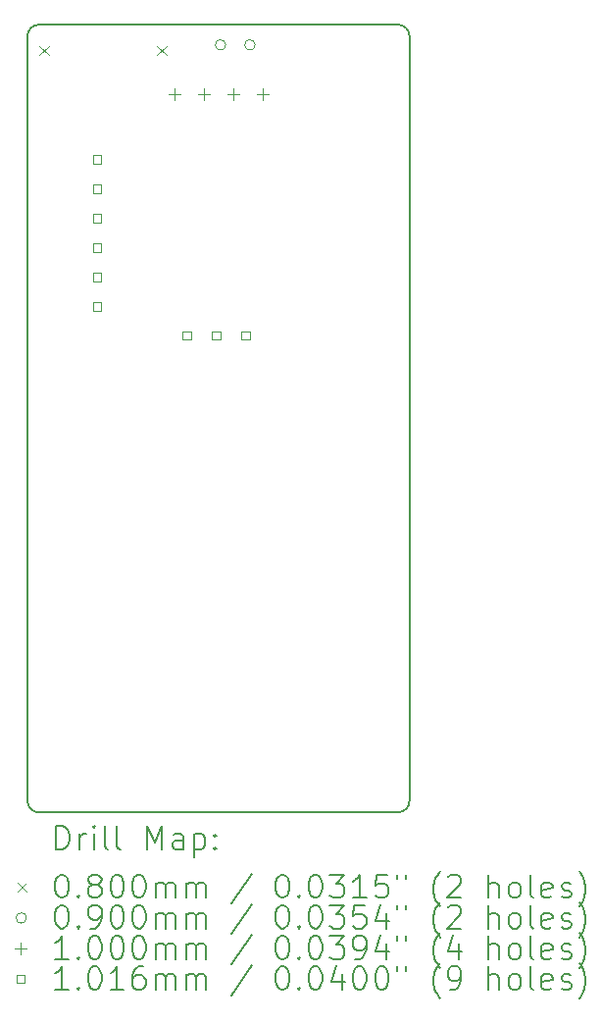
<source format=gbr>
%TF.GenerationSoftware,KiCad,Pcbnew,6.0.9*%
%TF.CreationDate,2022-11-23T21:17:41-08:00*%
%TF.ProjectId,shitpad,73686974-7061-4642-9e6b-696361645f70,rev?*%
%TF.SameCoordinates,Original*%
%TF.FileFunction,Drillmap*%
%TF.FilePolarity,Positive*%
%FSLAX45Y45*%
G04 Gerber Fmt 4.5, Leading zero omitted, Abs format (unit mm)*
G04 Created by KiCad (PCBNEW 6.0.9) date 2022-11-23 21:17:41*
%MOMM*%
%LPD*%
G01*
G04 APERTURE LIST*
%ADD10C,0.150000*%
%ADD11C,0.200000*%
%ADD12C,0.080000*%
%ADD13C,0.090000*%
%ADD14C,0.100000*%
%ADD15C,0.101600*%
G04 APERTURE END LIST*
D10*
X7500000Y-3000000D02*
X10600000Y-3000000D01*
X10700000Y-3100000D02*
X10700000Y-9700000D01*
X10600000Y-9800000D02*
X7500000Y-9800000D01*
X7400000Y-9700000D02*
X7400000Y-3100000D01*
X7400000Y-9700000D02*
G75*
G03*
X7500000Y-9800000I100000J0D01*
G01*
X10600000Y-9800000D02*
G75*
G03*
X10700000Y-9700000I0J100000D01*
G01*
X7500000Y-3000000D02*
G75*
G03*
X7400000Y-3100000I0J-100000D01*
G01*
X10700000Y-3100000D02*
G75*
G03*
X10600000Y-3000000I-100000J0D01*
G01*
D11*
D12*
X7503800Y-3185000D02*
X7583800Y-3265000D01*
X7583800Y-3185000D02*
X7503800Y-3265000D01*
X8519800Y-3185000D02*
X8599800Y-3265000D01*
X8599800Y-3185000D02*
X8519800Y-3265000D01*
D13*
X9112800Y-3175000D02*
G75*
G03*
X9112800Y-3175000I-45000J0D01*
G01*
X9366800Y-3175000D02*
G75*
G03*
X9366800Y-3175000I-45000J0D01*
G01*
D14*
X8669000Y-3550000D02*
X8669000Y-3650000D01*
X8619000Y-3600000D02*
X8719000Y-3600000D01*
X8923000Y-3550000D02*
X8923000Y-3650000D01*
X8873000Y-3600000D02*
X8973000Y-3600000D01*
X9177000Y-3550000D02*
X9177000Y-3650000D01*
X9127000Y-3600000D02*
X9227000Y-3600000D01*
X9431000Y-3550000D02*
X9431000Y-3650000D01*
X9381000Y-3600000D02*
X9481000Y-3600000D01*
D15*
X8035921Y-4200921D02*
X8035921Y-4129079D01*
X7964079Y-4129079D01*
X7964079Y-4200921D01*
X8035921Y-4200921D01*
X8035921Y-4454921D02*
X8035921Y-4383079D01*
X7964079Y-4383079D01*
X7964079Y-4454921D01*
X8035921Y-4454921D01*
X8035921Y-4708921D02*
X8035921Y-4637079D01*
X7964079Y-4637079D01*
X7964079Y-4708921D01*
X8035921Y-4708921D01*
X8035921Y-4962921D02*
X8035921Y-4891079D01*
X7964079Y-4891079D01*
X7964079Y-4962921D01*
X8035921Y-4962921D01*
X8035921Y-5216921D02*
X8035921Y-5145079D01*
X7964079Y-5145079D01*
X7964079Y-5216921D01*
X8035921Y-5216921D01*
X8035921Y-5470921D02*
X8035921Y-5399079D01*
X7964079Y-5399079D01*
X7964079Y-5470921D01*
X8035921Y-5470921D01*
X8810921Y-5720921D02*
X8810921Y-5649079D01*
X8739079Y-5649079D01*
X8739079Y-5720921D01*
X8810921Y-5720921D01*
X9064921Y-5720921D02*
X9064921Y-5649079D01*
X8993079Y-5649079D01*
X8993079Y-5720921D01*
X9064921Y-5720921D01*
X9318921Y-5720921D02*
X9318921Y-5649079D01*
X9247079Y-5649079D01*
X9247079Y-5720921D01*
X9318921Y-5720921D01*
D11*
X7650119Y-10117976D02*
X7650119Y-9917976D01*
X7697738Y-9917976D01*
X7726309Y-9927500D01*
X7745357Y-9946548D01*
X7754881Y-9965595D01*
X7764405Y-10003690D01*
X7764405Y-10032262D01*
X7754881Y-10070357D01*
X7745357Y-10089405D01*
X7726309Y-10108452D01*
X7697738Y-10117976D01*
X7650119Y-10117976D01*
X7850119Y-10117976D02*
X7850119Y-9984643D01*
X7850119Y-10022738D02*
X7859643Y-10003690D01*
X7869167Y-9994167D01*
X7888214Y-9984643D01*
X7907262Y-9984643D01*
X7973928Y-10117976D02*
X7973928Y-9984643D01*
X7973928Y-9917976D02*
X7964405Y-9927500D01*
X7973928Y-9937024D01*
X7983452Y-9927500D01*
X7973928Y-9917976D01*
X7973928Y-9937024D01*
X8097738Y-10117976D02*
X8078690Y-10108452D01*
X8069167Y-10089405D01*
X8069167Y-9917976D01*
X8202500Y-10117976D02*
X8183452Y-10108452D01*
X8173928Y-10089405D01*
X8173928Y-9917976D01*
X8431071Y-10117976D02*
X8431071Y-9917976D01*
X8497738Y-10060833D01*
X8564405Y-9917976D01*
X8564405Y-10117976D01*
X8745357Y-10117976D02*
X8745357Y-10013214D01*
X8735833Y-9994167D01*
X8716786Y-9984643D01*
X8678690Y-9984643D01*
X8659643Y-9994167D01*
X8745357Y-10108452D02*
X8726310Y-10117976D01*
X8678690Y-10117976D01*
X8659643Y-10108452D01*
X8650119Y-10089405D01*
X8650119Y-10070357D01*
X8659643Y-10051310D01*
X8678690Y-10041786D01*
X8726310Y-10041786D01*
X8745357Y-10032262D01*
X8840595Y-9984643D02*
X8840595Y-10184643D01*
X8840595Y-9994167D02*
X8859643Y-9984643D01*
X8897738Y-9984643D01*
X8916786Y-9994167D01*
X8926310Y-10003690D01*
X8935833Y-10022738D01*
X8935833Y-10079881D01*
X8926310Y-10098929D01*
X8916786Y-10108452D01*
X8897738Y-10117976D01*
X8859643Y-10117976D01*
X8840595Y-10108452D01*
X9021548Y-10098929D02*
X9031071Y-10108452D01*
X9021548Y-10117976D01*
X9012024Y-10108452D01*
X9021548Y-10098929D01*
X9021548Y-10117976D01*
X9021548Y-9994167D02*
X9031071Y-10003690D01*
X9021548Y-10013214D01*
X9012024Y-10003690D01*
X9021548Y-9994167D01*
X9021548Y-10013214D01*
D12*
X7312500Y-10407500D02*
X7392500Y-10487500D01*
X7392500Y-10407500D02*
X7312500Y-10487500D01*
D11*
X7688214Y-10337976D02*
X7707262Y-10337976D01*
X7726309Y-10347500D01*
X7735833Y-10357024D01*
X7745357Y-10376071D01*
X7754881Y-10414167D01*
X7754881Y-10461786D01*
X7745357Y-10499881D01*
X7735833Y-10518929D01*
X7726309Y-10528452D01*
X7707262Y-10537976D01*
X7688214Y-10537976D01*
X7669167Y-10528452D01*
X7659643Y-10518929D01*
X7650119Y-10499881D01*
X7640595Y-10461786D01*
X7640595Y-10414167D01*
X7650119Y-10376071D01*
X7659643Y-10357024D01*
X7669167Y-10347500D01*
X7688214Y-10337976D01*
X7840595Y-10518929D02*
X7850119Y-10528452D01*
X7840595Y-10537976D01*
X7831071Y-10528452D01*
X7840595Y-10518929D01*
X7840595Y-10537976D01*
X7964405Y-10423690D02*
X7945357Y-10414167D01*
X7935833Y-10404643D01*
X7926309Y-10385595D01*
X7926309Y-10376071D01*
X7935833Y-10357024D01*
X7945357Y-10347500D01*
X7964405Y-10337976D01*
X8002500Y-10337976D01*
X8021548Y-10347500D01*
X8031071Y-10357024D01*
X8040595Y-10376071D01*
X8040595Y-10385595D01*
X8031071Y-10404643D01*
X8021548Y-10414167D01*
X8002500Y-10423690D01*
X7964405Y-10423690D01*
X7945357Y-10433214D01*
X7935833Y-10442738D01*
X7926309Y-10461786D01*
X7926309Y-10499881D01*
X7935833Y-10518929D01*
X7945357Y-10528452D01*
X7964405Y-10537976D01*
X8002500Y-10537976D01*
X8021548Y-10528452D01*
X8031071Y-10518929D01*
X8040595Y-10499881D01*
X8040595Y-10461786D01*
X8031071Y-10442738D01*
X8021548Y-10433214D01*
X8002500Y-10423690D01*
X8164405Y-10337976D02*
X8183452Y-10337976D01*
X8202500Y-10347500D01*
X8212024Y-10357024D01*
X8221548Y-10376071D01*
X8231071Y-10414167D01*
X8231071Y-10461786D01*
X8221548Y-10499881D01*
X8212024Y-10518929D01*
X8202500Y-10528452D01*
X8183452Y-10537976D01*
X8164405Y-10537976D01*
X8145357Y-10528452D01*
X8135833Y-10518929D01*
X8126309Y-10499881D01*
X8116786Y-10461786D01*
X8116786Y-10414167D01*
X8126309Y-10376071D01*
X8135833Y-10357024D01*
X8145357Y-10347500D01*
X8164405Y-10337976D01*
X8354881Y-10337976D02*
X8373928Y-10337976D01*
X8392976Y-10347500D01*
X8402500Y-10357024D01*
X8412024Y-10376071D01*
X8421548Y-10414167D01*
X8421548Y-10461786D01*
X8412024Y-10499881D01*
X8402500Y-10518929D01*
X8392976Y-10528452D01*
X8373928Y-10537976D01*
X8354881Y-10537976D01*
X8335833Y-10528452D01*
X8326309Y-10518929D01*
X8316786Y-10499881D01*
X8307262Y-10461786D01*
X8307262Y-10414167D01*
X8316786Y-10376071D01*
X8326309Y-10357024D01*
X8335833Y-10347500D01*
X8354881Y-10337976D01*
X8507262Y-10537976D02*
X8507262Y-10404643D01*
X8507262Y-10423690D02*
X8516786Y-10414167D01*
X8535833Y-10404643D01*
X8564405Y-10404643D01*
X8583452Y-10414167D01*
X8592976Y-10433214D01*
X8592976Y-10537976D01*
X8592976Y-10433214D02*
X8602500Y-10414167D01*
X8621548Y-10404643D01*
X8650119Y-10404643D01*
X8669167Y-10414167D01*
X8678690Y-10433214D01*
X8678690Y-10537976D01*
X8773929Y-10537976D02*
X8773929Y-10404643D01*
X8773929Y-10423690D02*
X8783452Y-10414167D01*
X8802500Y-10404643D01*
X8831071Y-10404643D01*
X8850119Y-10414167D01*
X8859643Y-10433214D01*
X8859643Y-10537976D01*
X8859643Y-10433214D02*
X8869167Y-10414167D01*
X8888214Y-10404643D01*
X8916786Y-10404643D01*
X8935833Y-10414167D01*
X8945357Y-10433214D01*
X8945357Y-10537976D01*
X9335833Y-10328452D02*
X9164405Y-10585595D01*
X9592976Y-10337976D02*
X9612024Y-10337976D01*
X9631071Y-10347500D01*
X9640595Y-10357024D01*
X9650119Y-10376071D01*
X9659643Y-10414167D01*
X9659643Y-10461786D01*
X9650119Y-10499881D01*
X9640595Y-10518929D01*
X9631071Y-10528452D01*
X9612024Y-10537976D01*
X9592976Y-10537976D01*
X9573929Y-10528452D01*
X9564405Y-10518929D01*
X9554881Y-10499881D01*
X9545357Y-10461786D01*
X9545357Y-10414167D01*
X9554881Y-10376071D01*
X9564405Y-10357024D01*
X9573929Y-10347500D01*
X9592976Y-10337976D01*
X9745357Y-10518929D02*
X9754881Y-10528452D01*
X9745357Y-10537976D01*
X9735833Y-10528452D01*
X9745357Y-10518929D01*
X9745357Y-10537976D01*
X9878690Y-10337976D02*
X9897738Y-10337976D01*
X9916786Y-10347500D01*
X9926310Y-10357024D01*
X9935833Y-10376071D01*
X9945357Y-10414167D01*
X9945357Y-10461786D01*
X9935833Y-10499881D01*
X9926310Y-10518929D01*
X9916786Y-10528452D01*
X9897738Y-10537976D01*
X9878690Y-10537976D01*
X9859643Y-10528452D01*
X9850119Y-10518929D01*
X9840595Y-10499881D01*
X9831071Y-10461786D01*
X9831071Y-10414167D01*
X9840595Y-10376071D01*
X9850119Y-10357024D01*
X9859643Y-10347500D01*
X9878690Y-10337976D01*
X10012024Y-10337976D02*
X10135833Y-10337976D01*
X10069167Y-10414167D01*
X10097738Y-10414167D01*
X10116786Y-10423690D01*
X10126310Y-10433214D01*
X10135833Y-10452262D01*
X10135833Y-10499881D01*
X10126310Y-10518929D01*
X10116786Y-10528452D01*
X10097738Y-10537976D01*
X10040595Y-10537976D01*
X10021548Y-10528452D01*
X10012024Y-10518929D01*
X10326310Y-10537976D02*
X10212024Y-10537976D01*
X10269167Y-10537976D02*
X10269167Y-10337976D01*
X10250119Y-10366548D01*
X10231071Y-10385595D01*
X10212024Y-10395119D01*
X10507262Y-10337976D02*
X10412024Y-10337976D01*
X10402500Y-10433214D01*
X10412024Y-10423690D01*
X10431071Y-10414167D01*
X10478690Y-10414167D01*
X10497738Y-10423690D01*
X10507262Y-10433214D01*
X10516786Y-10452262D01*
X10516786Y-10499881D01*
X10507262Y-10518929D01*
X10497738Y-10528452D01*
X10478690Y-10537976D01*
X10431071Y-10537976D01*
X10412024Y-10528452D01*
X10402500Y-10518929D01*
X10592976Y-10337976D02*
X10592976Y-10376071D01*
X10669167Y-10337976D02*
X10669167Y-10376071D01*
X10964405Y-10614167D02*
X10954881Y-10604643D01*
X10935833Y-10576071D01*
X10926310Y-10557024D01*
X10916786Y-10528452D01*
X10907262Y-10480833D01*
X10907262Y-10442738D01*
X10916786Y-10395119D01*
X10926310Y-10366548D01*
X10935833Y-10347500D01*
X10954881Y-10318929D01*
X10964405Y-10309405D01*
X11031071Y-10357024D02*
X11040595Y-10347500D01*
X11059643Y-10337976D01*
X11107262Y-10337976D01*
X11126310Y-10347500D01*
X11135833Y-10357024D01*
X11145357Y-10376071D01*
X11145357Y-10395119D01*
X11135833Y-10423690D01*
X11021548Y-10537976D01*
X11145357Y-10537976D01*
X11383452Y-10537976D02*
X11383452Y-10337976D01*
X11469167Y-10537976D02*
X11469167Y-10433214D01*
X11459643Y-10414167D01*
X11440595Y-10404643D01*
X11412024Y-10404643D01*
X11392976Y-10414167D01*
X11383452Y-10423690D01*
X11592976Y-10537976D02*
X11573928Y-10528452D01*
X11564405Y-10518929D01*
X11554881Y-10499881D01*
X11554881Y-10442738D01*
X11564405Y-10423690D01*
X11573928Y-10414167D01*
X11592976Y-10404643D01*
X11621548Y-10404643D01*
X11640595Y-10414167D01*
X11650119Y-10423690D01*
X11659643Y-10442738D01*
X11659643Y-10499881D01*
X11650119Y-10518929D01*
X11640595Y-10528452D01*
X11621548Y-10537976D01*
X11592976Y-10537976D01*
X11773928Y-10537976D02*
X11754881Y-10528452D01*
X11745357Y-10509405D01*
X11745357Y-10337976D01*
X11926309Y-10528452D02*
X11907262Y-10537976D01*
X11869167Y-10537976D01*
X11850119Y-10528452D01*
X11840595Y-10509405D01*
X11840595Y-10433214D01*
X11850119Y-10414167D01*
X11869167Y-10404643D01*
X11907262Y-10404643D01*
X11926309Y-10414167D01*
X11935833Y-10433214D01*
X11935833Y-10452262D01*
X11840595Y-10471310D01*
X12012024Y-10528452D02*
X12031071Y-10537976D01*
X12069167Y-10537976D01*
X12088214Y-10528452D01*
X12097738Y-10509405D01*
X12097738Y-10499881D01*
X12088214Y-10480833D01*
X12069167Y-10471310D01*
X12040595Y-10471310D01*
X12021548Y-10461786D01*
X12012024Y-10442738D01*
X12012024Y-10433214D01*
X12021548Y-10414167D01*
X12040595Y-10404643D01*
X12069167Y-10404643D01*
X12088214Y-10414167D01*
X12164405Y-10614167D02*
X12173928Y-10604643D01*
X12192976Y-10576071D01*
X12202500Y-10557024D01*
X12212024Y-10528452D01*
X12221548Y-10480833D01*
X12221548Y-10442738D01*
X12212024Y-10395119D01*
X12202500Y-10366548D01*
X12192976Y-10347500D01*
X12173928Y-10318929D01*
X12164405Y-10309405D01*
D13*
X7392500Y-10711500D02*
G75*
G03*
X7392500Y-10711500I-45000J0D01*
G01*
D11*
X7688214Y-10601976D02*
X7707262Y-10601976D01*
X7726309Y-10611500D01*
X7735833Y-10621024D01*
X7745357Y-10640071D01*
X7754881Y-10678167D01*
X7754881Y-10725786D01*
X7745357Y-10763881D01*
X7735833Y-10782929D01*
X7726309Y-10792452D01*
X7707262Y-10801976D01*
X7688214Y-10801976D01*
X7669167Y-10792452D01*
X7659643Y-10782929D01*
X7650119Y-10763881D01*
X7640595Y-10725786D01*
X7640595Y-10678167D01*
X7650119Y-10640071D01*
X7659643Y-10621024D01*
X7669167Y-10611500D01*
X7688214Y-10601976D01*
X7840595Y-10782929D02*
X7850119Y-10792452D01*
X7840595Y-10801976D01*
X7831071Y-10792452D01*
X7840595Y-10782929D01*
X7840595Y-10801976D01*
X7945357Y-10801976D02*
X7983452Y-10801976D01*
X8002500Y-10792452D01*
X8012024Y-10782929D01*
X8031071Y-10754357D01*
X8040595Y-10716262D01*
X8040595Y-10640071D01*
X8031071Y-10621024D01*
X8021548Y-10611500D01*
X8002500Y-10601976D01*
X7964405Y-10601976D01*
X7945357Y-10611500D01*
X7935833Y-10621024D01*
X7926309Y-10640071D01*
X7926309Y-10687690D01*
X7935833Y-10706738D01*
X7945357Y-10716262D01*
X7964405Y-10725786D01*
X8002500Y-10725786D01*
X8021548Y-10716262D01*
X8031071Y-10706738D01*
X8040595Y-10687690D01*
X8164405Y-10601976D02*
X8183452Y-10601976D01*
X8202500Y-10611500D01*
X8212024Y-10621024D01*
X8221548Y-10640071D01*
X8231071Y-10678167D01*
X8231071Y-10725786D01*
X8221548Y-10763881D01*
X8212024Y-10782929D01*
X8202500Y-10792452D01*
X8183452Y-10801976D01*
X8164405Y-10801976D01*
X8145357Y-10792452D01*
X8135833Y-10782929D01*
X8126309Y-10763881D01*
X8116786Y-10725786D01*
X8116786Y-10678167D01*
X8126309Y-10640071D01*
X8135833Y-10621024D01*
X8145357Y-10611500D01*
X8164405Y-10601976D01*
X8354881Y-10601976D02*
X8373928Y-10601976D01*
X8392976Y-10611500D01*
X8402500Y-10621024D01*
X8412024Y-10640071D01*
X8421548Y-10678167D01*
X8421548Y-10725786D01*
X8412024Y-10763881D01*
X8402500Y-10782929D01*
X8392976Y-10792452D01*
X8373928Y-10801976D01*
X8354881Y-10801976D01*
X8335833Y-10792452D01*
X8326309Y-10782929D01*
X8316786Y-10763881D01*
X8307262Y-10725786D01*
X8307262Y-10678167D01*
X8316786Y-10640071D01*
X8326309Y-10621024D01*
X8335833Y-10611500D01*
X8354881Y-10601976D01*
X8507262Y-10801976D02*
X8507262Y-10668643D01*
X8507262Y-10687690D02*
X8516786Y-10678167D01*
X8535833Y-10668643D01*
X8564405Y-10668643D01*
X8583452Y-10678167D01*
X8592976Y-10697214D01*
X8592976Y-10801976D01*
X8592976Y-10697214D02*
X8602500Y-10678167D01*
X8621548Y-10668643D01*
X8650119Y-10668643D01*
X8669167Y-10678167D01*
X8678690Y-10697214D01*
X8678690Y-10801976D01*
X8773929Y-10801976D02*
X8773929Y-10668643D01*
X8773929Y-10687690D02*
X8783452Y-10678167D01*
X8802500Y-10668643D01*
X8831071Y-10668643D01*
X8850119Y-10678167D01*
X8859643Y-10697214D01*
X8859643Y-10801976D01*
X8859643Y-10697214D02*
X8869167Y-10678167D01*
X8888214Y-10668643D01*
X8916786Y-10668643D01*
X8935833Y-10678167D01*
X8945357Y-10697214D01*
X8945357Y-10801976D01*
X9335833Y-10592452D02*
X9164405Y-10849595D01*
X9592976Y-10601976D02*
X9612024Y-10601976D01*
X9631071Y-10611500D01*
X9640595Y-10621024D01*
X9650119Y-10640071D01*
X9659643Y-10678167D01*
X9659643Y-10725786D01*
X9650119Y-10763881D01*
X9640595Y-10782929D01*
X9631071Y-10792452D01*
X9612024Y-10801976D01*
X9592976Y-10801976D01*
X9573929Y-10792452D01*
X9564405Y-10782929D01*
X9554881Y-10763881D01*
X9545357Y-10725786D01*
X9545357Y-10678167D01*
X9554881Y-10640071D01*
X9564405Y-10621024D01*
X9573929Y-10611500D01*
X9592976Y-10601976D01*
X9745357Y-10782929D02*
X9754881Y-10792452D01*
X9745357Y-10801976D01*
X9735833Y-10792452D01*
X9745357Y-10782929D01*
X9745357Y-10801976D01*
X9878690Y-10601976D02*
X9897738Y-10601976D01*
X9916786Y-10611500D01*
X9926310Y-10621024D01*
X9935833Y-10640071D01*
X9945357Y-10678167D01*
X9945357Y-10725786D01*
X9935833Y-10763881D01*
X9926310Y-10782929D01*
X9916786Y-10792452D01*
X9897738Y-10801976D01*
X9878690Y-10801976D01*
X9859643Y-10792452D01*
X9850119Y-10782929D01*
X9840595Y-10763881D01*
X9831071Y-10725786D01*
X9831071Y-10678167D01*
X9840595Y-10640071D01*
X9850119Y-10621024D01*
X9859643Y-10611500D01*
X9878690Y-10601976D01*
X10012024Y-10601976D02*
X10135833Y-10601976D01*
X10069167Y-10678167D01*
X10097738Y-10678167D01*
X10116786Y-10687690D01*
X10126310Y-10697214D01*
X10135833Y-10716262D01*
X10135833Y-10763881D01*
X10126310Y-10782929D01*
X10116786Y-10792452D01*
X10097738Y-10801976D01*
X10040595Y-10801976D01*
X10021548Y-10792452D01*
X10012024Y-10782929D01*
X10316786Y-10601976D02*
X10221548Y-10601976D01*
X10212024Y-10697214D01*
X10221548Y-10687690D01*
X10240595Y-10678167D01*
X10288214Y-10678167D01*
X10307262Y-10687690D01*
X10316786Y-10697214D01*
X10326310Y-10716262D01*
X10326310Y-10763881D01*
X10316786Y-10782929D01*
X10307262Y-10792452D01*
X10288214Y-10801976D01*
X10240595Y-10801976D01*
X10221548Y-10792452D01*
X10212024Y-10782929D01*
X10497738Y-10668643D02*
X10497738Y-10801976D01*
X10450119Y-10592452D02*
X10402500Y-10735310D01*
X10526310Y-10735310D01*
X10592976Y-10601976D02*
X10592976Y-10640071D01*
X10669167Y-10601976D02*
X10669167Y-10640071D01*
X10964405Y-10878167D02*
X10954881Y-10868643D01*
X10935833Y-10840071D01*
X10926310Y-10821024D01*
X10916786Y-10792452D01*
X10907262Y-10744833D01*
X10907262Y-10706738D01*
X10916786Y-10659119D01*
X10926310Y-10630548D01*
X10935833Y-10611500D01*
X10954881Y-10582929D01*
X10964405Y-10573405D01*
X11031071Y-10621024D02*
X11040595Y-10611500D01*
X11059643Y-10601976D01*
X11107262Y-10601976D01*
X11126310Y-10611500D01*
X11135833Y-10621024D01*
X11145357Y-10640071D01*
X11145357Y-10659119D01*
X11135833Y-10687690D01*
X11021548Y-10801976D01*
X11145357Y-10801976D01*
X11383452Y-10801976D02*
X11383452Y-10601976D01*
X11469167Y-10801976D02*
X11469167Y-10697214D01*
X11459643Y-10678167D01*
X11440595Y-10668643D01*
X11412024Y-10668643D01*
X11392976Y-10678167D01*
X11383452Y-10687690D01*
X11592976Y-10801976D02*
X11573928Y-10792452D01*
X11564405Y-10782929D01*
X11554881Y-10763881D01*
X11554881Y-10706738D01*
X11564405Y-10687690D01*
X11573928Y-10678167D01*
X11592976Y-10668643D01*
X11621548Y-10668643D01*
X11640595Y-10678167D01*
X11650119Y-10687690D01*
X11659643Y-10706738D01*
X11659643Y-10763881D01*
X11650119Y-10782929D01*
X11640595Y-10792452D01*
X11621548Y-10801976D01*
X11592976Y-10801976D01*
X11773928Y-10801976D02*
X11754881Y-10792452D01*
X11745357Y-10773405D01*
X11745357Y-10601976D01*
X11926309Y-10792452D02*
X11907262Y-10801976D01*
X11869167Y-10801976D01*
X11850119Y-10792452D01*
X11840595Y-10773405D01*
X11840595Y-10697214D01*
X11850119Y-10678167D01*
X11869167Y-10668643D01*
X11907262Y-10668643D01*
X11926309Y-10678167D01*
X11935833Y-10697214D01*
X11935833Y-10716262D01*
X11840595Y-10735310D01*
X12012024Y-10792452D02*
X12031071Y-10801976D01*
X12069167Y-10801976D01*
X12088214Y-10792452D01*
X12097738Y-10773405D01*
X12097738Y-10763881D01*
X12088214Y-10744833D01*
X12069167Y-10735310D01*
X12040595Y-10735310D01*
X12021548Y-10725786D01*
X12012024Y-10706738D01*
X12012024Y-10697214D01*
X12021548Y-10678167D01*
X12040595Y-10668643D01*
X12069167Y-10668643D01*
X12088214Y-10678167D01*
X12164405Y-10878167D02*
X12173928Y-10868643D01*
X12192976Y-10840071D01*
X12202500Y-10821024D01*
X12212024Y-10792452D01*
X12221548Y-10744833D01*
X12221548Y-10706738D01*
X12212024Y-10659119D01*
X12202500Y-10630548D01*
X12192976Y-10611500D01*
X12173928Y-10582929D01*
X12164405Y-10573405D01*
D14*
X7342500Y-10925500D02*
X7342500Y-11025500D01*
X7292500Y-10975500D02*
X7392500Y-10975500D01*
D11*
X7754881Y-11065976D02*
X7640595Y-11065976D01*
X7697738Y-11065976D02*
X7697738Y-10865976D01*
X7678690Y-10894548D01*
X7659643Y-10913595D01*
X7640595Y-10923119D01*
X7840595Y-11046929D02*
X7850119Y-11056452D01*
X7840595Y-11065976D01*
X7831071Y-11056452D01*
X7840595Y-11046929D01*
X7840595Y-11065976D01*
X7973928Y-10865976D02*
X7992976Y-10865976D01*
X8012024Y-10875500D01*
X8021548Y-10885024D01*
X8031071Y-10904071D01*
X8040595Y-10942167D01*
X8040595Y-10989786D01*
X8031071Y-11027881D01*
X8021548Y-11046929D01*
X8012024Y-11056452D01*
X7992976Y-11065976D01*
X7973928Y-11065976D01*
X7954881Y-11056452D01*
X7945357Y-11046929D01*
X7935833Y-11027881D01*
X7926309Y-10989786D01*
X7926309Y-10942167D01*
X7935833Y-10904071D01*
X7945357Y-10885024D01*
X7954881Y-10875500D01*
X7973928Y-10865976D01*
X8164405Y-10865976D02*
X8183452Y-10865976D01*
X8202500Y-10875500D01*
X8212024Y-10885024D01*
X8221548Y-10904071D01*
X8231071Y-10942167D01*
X8231071Y-10989786D01*
X8221548Y-11027881D01*
X8212024Y-11046929D01*
X8202500Y-11056452D01*
X8183452Y-11065976D01*
X8164405Y-11065976D01*
X8145357Y-11056452D01*
X8135833Y-11046929D01*
X8126309Y-11027881D01*
X8116786Y-10989786D01*
X8116786Y-10942167D01*
X8126309Y-10904071D01*
X8135833Y-10885024D01*
X8145357Y-10875500D01*
X8164405Y-10865976D01*
X8354881Y-10865976D02*
X8373928Y-10865976D01*
X8392976Y-10875500D01*
X8402500Y-10885024D01*
X8412024Y-10904071D01*
X8421548Y-10942167D01*
X8421548Y-10989786D01*
X8412024Y-11027881D01*
X8402500Y-11046929D01*
X8392976Y-11056452D01*
X8373928Y-11065976D01*
X8354881Y-11065976D01*
X8335833Y-11056452D01*
X8326309Y-11046929D01*
X8316786Y-11027881D01*
X8307262Y-10989786D01*
X8307262Y-10942167D01*
X8316786Y-10904071D01*
X8326309Y-10885024D01*
X8335833Y-10875500D01*
X8354881Y-10865976D01*
X8507262Y-11065976D02*
X8507262Y-10932643D01*
X8507262Y-10951690D02*
X8516786Y-10942167D01*
X8535833Y-10932643D01*
X8564405Y-10932643D01*
X8583452Y-10942167D01*
X8592976Y-10961214D01*
X8592976Y-11065976D01*
X8592976Y-10961214D02*
X8602500Y-10942167D01*
X8621548Y-10932643D01*
X8650119Y-10932643D01*
X8669167Y-10942167D01*
X8678690Y-10961214D01*
X8678690Y-11065976D01*
X8773929Y-11065976D02*
X8773929Y-10932643D01*
X8773929Y-10951690D02*
X8783452Y-10942167D01*
X8802500Y-10932643D01*
X8831071Y-10932643D01*
X8850119Y-10942167D01*
X8859643Y-10961214D01*
X8859643Y-11065976D01*
X8859643Y-10961214D02*
X8869167Y-10942167D01*
X8888214Y-10932643D01*
X8916786Y-10932643D01*
X8935833Y-10942167D01*
X8945357Y-10961214D01*
X8945357Y-11065976D01*
X9335833Y-10856452D02*
X9164405Y-11113595D01*
X9592976Y-10865976D02*
X9612024Y-10865976D01*
X9631071Y-10875500D01*
X9640595Y-10885024D01*
X9650119Y-10904071D01*
X9659643Y-10942167D01*
X9659643Y-10989786D01*
X9650119Y-11027881D01*
X9640595Y-11046929D01*
X9631071Y-11056452D01*
X9612024Y-11065976D01*
X9592976Y-11065976D01*
X9573929Y-11056452D01*
X9564405Y-11046929D01*
X9554881Y-11027881D01*
X9545357Y-10989786D01*
X9545357Y-10942167D01*
X9554881Y-10904071D01*
X9564405Y-10885024D01*
X9573929Y-10875500D01*
X9592976Y-10865976D01*
X9745357Y-11046929D02*
X9754881Y-11056452D01*
X9745357Y-11065976D01*
X9735833Y-11056452D01*
X9745357Y-11046929D01*
X9745357Y-11065976D01*
X9878690Y-10865976D02*
X9897738Y-10865976D01*
X9916786Y-10875500D01*
X9926310Y-10885024D01*
X9935833Y-10904071D01*
X9945357Y-10942167D01*
X9945357Y-10989786D01*
X9935833Y-11027881D01*
X9926310Y-11046929D01*
X9916786Y-11056452D01*
X9897738Y-11065976D01*
X9878690Y-11065976D01*
X9859643Y-11056452D01*
X9850119Y-11046929D01*
X9840595Y-11027881D01*
X9831071Y-10989786D01*
X9831071Y-10942167D01*
X9840595Y-10904071D01*
X9850119Y-10885024D01*
X9859643Y-10875500D01*
X9878690Y-10865976D01*
X10012024Y-10865976D02*
X10135833Y-10865976D01*
X10069167Y-10942167D01*
X10097738Y-10942167D01*
X10116786Y-10951690D01*
X10126310Y-10961214D01*
X10135833Y-10980262D01*
X10135833Y-11027881D01*
X10126310Y-11046929D01*
X10116786Y-11056452D01*
X10097738Y-11065976D01*
X10040595Y-11065976D01*
X10021548Y-11056452D01*
X10012024Y-11046929D01*
X10231071Y-11065976D02*
X10269167Y-11065976D01*
X10288214Y-11056452D01*
X10297738Y-11046929D01*
X10316786Y-11018357D01*
X10326310Y-10980262D01*
X10326310Y-10904071D01*
X10316786Y-10885024D01*
X10307262Y-10875500D01*
X10288214Y-10865976D01*
X10250119Y-10865976D01*
X10231071Y-10875500D01*
X10221548Y-10885024D01*
X10212024Y-10904071D01*
X10212024Y-10951690D01*
X10221548Y-10970738D01*
X10231071Y-10980262D01*
X10250119Y-10989786D01*
X10288214Y-10989786D01*
X10307262Y-10980262D01*
X10316786Y-10970738D01*
X10326310Y-10951690D01*
X10497738Y-10932643D02*
X10497738Y-11065976D01*
X10450119Y-10856452D02*
X10402500Y-10999310D01*
X10526310Y-10999310D01*
X10592976Y-10865976D02*
X10592976Y-10904071D01*
X10669167Y-10865976D02*
X10669167Y-10904071D01*
X10964405Y-11142167D02*
X10954881Y-11132643D01*
X10935833Y-11104071D01*
X10926310Y-11085024D01*
X10916786Y-11056452D01*
X10907262Y-11008833D01*
X10907262Y-10970738D01*
X10916786Y-10923119D01*
X10926310Y-10894548D01*
X10935833Y-10875500D01*
X10954881Y-10846929D01*
X10964405Y-10837405D01*
X11126310Y-10932643D02*
X11126310Y-11065976D01*
X11078690Y-10856452D02*
X11031071Y-10999310D01*
X11154881Y-10999310D01*
X11383452Y-11065976D02*
X11383452Y-10865976D01*
X11469167Y-11065976D02*
X11469167Y-10961214D01*
X11459643Y-10942167D01*
X11440595Y-10932643D01*
X11412024Y-10932643D01*
X11392976Y-10942167D01*
X11383452Y-10951690D01*
X11592976Y-11065976D02*
X11573928Y-11056452D01*
X11564405Y-11046929D01*
X11554881Y-11027881D01*
X11554881Y-10970738D01*
X11564405Y-10951690D01*
X11573928Y-10942167D01*
X11592976Y-10932643D01*
X11621548Y-10932643D01*
X11640595Y-10942167D01*
X11650119Y-10951690D01*
X11659643Y-10970738D01*
X11659643Y-11027881D01*
X11650119Y-11046929D01*
X11640595Y-11056452D01*
X11621548Y-11065976D01*
X11592976Y-11065976D01*
X11773928Y-11065976D02*
X11754881Y-11056452D01*
X11745357Y-11037405D01*
X11745357Y-10865976D01*
X11926309Y-11056452D02*
X11907262Y-11065976D01*
X11869167Y-11065976D01*
X11850119Y-11056452D01*
X11840595Y-11037405D01*
X11840595Y-10961214D01*
X11850119Y-10942167D01*
X11869167Y-10932643D01*
X11907262Y-10932643D01*
X11926309Y-10942167D01*
X11935833Y-10961214D01*
X11935833Y-10980262D01*
X11840595Y-10999310D01*
X12012024Y-11056452D02*
X12031071Y-11065976D01*
X12069167Y-11065976D01*
X12088214Y-11056452D01*
X12097738Y-11037405D01*
X12097738Y-11027881D01*
X12088214Y-11008833D01*
X12069167Y-10999310D01*
X12040595Y-10999310D01*
X12021548Y-10989786D01*
X12012024Y-10970738D01*
X12012024Y-10961214D01*
X12021548Y-10942167D01*
X12040595Y-10932643D01*
X12069167Y-10932643D01*
X12088214Y-10942167D01*
X12164405Y-11142167D02*
X12173928Y-11132643D01*
X12192976Y-11104071D01*
X12202500Y-11085024D01*
X12212024Y-11056452D01*
X12221548Y-11008833D01*
X12221548Y-10970738D01*
X12212024Y-10923119D01*
X12202500Y-10894548D01*
X12192976Y-10875500D01*
X12173928Y-10846929D01*
X12164405Y-10837405D01*
D15*
X7377621Y-11275421D02*
X7377621Y-11203579D01*
X7305779Y-11203579D01*
X7305779Y-11275421D01*
X7377621Y-11275421D01*
D11*
X7754881Y-11329976D02*
X7640595Y-11329976D01*
X7697738Y-11329976D02*
X7697738Y-11129976D01*
X7678690Y-11158548D01*
X7659643Y-11177595D01*
X7640595Y-11187119D01*
X7840595Y-11310928D02*
X7850119Y-11320452D01*
X7840595Y-11329976D01*
X7831071Y-11320452D01*
X7840595Y-11310928D01*
X7840595Y-11329976D01*
X7973928Y-11129976D02*
X7992976Y-11129976D01*
X8012024Y-11139500D01*
X8021548Y-11149024D01*
X8031071Y-11168071D01*
X8040595Y-11206167D01*
X8040595Y-11253786D01*
X8031071Y-11291881D01*
X8021548Y-11310928D01*
X8012024Y-11320452D01*
X7992976Y-11329976D01*
X7973928Y-11329976D01*
X7954881Y-11320452D01*
X7945357Y-11310928D01*
X7935833Y-11291881D01*
X7926309Y-11253786D01*
X7926309Y-11206167D01*
X7935833Y-11168071D01*
X7945357Y-11149024D01*
X7954881Y-11139500D01*
X7973928Y-11129976D01*
X8231071Y-11329976D02*
X8116786Y-11329976D01*
X8173928Y-11329976D02*
X8173928Y-11129976D01*
X8154881Y-11158548D01*
X8135833Y-11177595D01*
X8116786Y-11187119D01*
X8402500Y-11129976D02*
X8364405Y-11129976D01*
X8345357Y-11139500D01*
X8335833Y-11149024D01*
X8316786Y-11177595D01*
X8307262Y-11215690D01*
X8307262Y-11291881D01*
X8316786Y-11310928D01*
X8326309Y-11320452D01*
X8345357Y-11329976D01*
X8383452Y-11329976D01*
X8402500Y-11320452D01*
X8412024Y-11310928D01*
X8421548Y-11291881D01*
X8421548Y-11244262D01*
X8412024Y-11225214D01*
X8402500Y-11215690D01*
X8383452Y-11206167D01*
X8345357Y-11206167D01*
X8326309Y-11215690D01*
X8316786Y-11225214D01*
X8307262Y-11244262D01*
X8507262Y-11329976D02*
X8507262Y-11196643D01*
X8507262Y-11215690D02*
X8516786Y-11206167D01*
X8535833Y-11196643D01*
X8564405Y-11196643D01*
X8583452Y-11206167D01*
X8592976Y-11225214D01*
X8592976Y-11329976D01*
X8592976Y-11225214D02*
X8602500Y-11206167D01*
X8621548Y-11196643D01*
X8650119Y-11196643D01*
X8669167Y-11206167D01*
X8678690Y-11225214D01*
X8678690Y-11329976D01*
X8773929Y-11329976D02*
X8773929Y-11196643D01*
X8773929Y-11215690D02*
X8783452Y-11206167D01*
X8802500Y-11196643D01*
X8831071Y-11196643D01*
X8850119Y-11206167D01*
X8859643Y-11225214D01*
X8859643Y-11329976D01*
X8859643Y-11225214D02*
X8869167Y-11206167D01*
X8888214Y-11196643D01*
X8916786Y-11196643D01*
X8935833Y-11206167D01*
X8945357Y-11225214D01*
X8945357Y-11329976D01*
X9335833Y-11120452D02*
X9164405Y-11377595D01*
X9592976Y-11129976D02*
X9612024Y-11129976D01*
X9631071Y-11139500D01*
X9640595Y-11149024D01*
X9650119Y-11168071D01*
X9659643Y-11206167D01*
X9659643Y-11253786D01*
X9650119Y-11291881D01*
X9640595Y-11310928D01*
X9631071Y-11320452D01*
X9612024Y-11329976D01*
X9592976Y-11329976D01*
X9573929Y-11320452D01*
X9564405Y-11310928D01*
X9554881Y-11291881D01*
X9545357Y-11253786D01*
X9545357Y-11206167D01*
X9554881Y-11168071D01*
X9564405Y-11149024D01*
X9573929Y-11139500D01*
X9592976Y-11129976D01*
X9745357Y-11310928D02*
X9754881Y-11320452D01*
X9745357Y-11329976D01*
X9735833Y-11320452D01*
X9745357Y-11310928D01*
X9745357Y-11329976D01*
X9878690Y-11129976D02*
X9897738Y-11129976D01*
X9916786Y-11139500D01*
X9926310Y-11149024D01*
X9935833Y-11168071D01*
X9945357Y-11206167D01*
X9945357Y-11253786D01*
X9935833Y-11291881D01*
X9926310Y-11310928D01*
X9916786Y-11320452D01*
X9897738Y-11329976D01*
X9878690Y-11329976D01*
X9859643Y-11320452D01*
X9850119Y-11310928D01*
X9840595Y-11291881D01*
X9831071Y-11253786D01*
X9831071Y-11206167D01*
X9840595Y-11168071D01*
X9850119Y-11149024D01*
X9859643Y-11139500D01*
X9878690Y-11129976D01*
X10116786Y-11196643D02*
X10116786Y-11329976D01*
X10069167Y-11120452D02*
X10021548Y-11263309D01*
X10145357Y-11263309D01*
X10259643Y-11129976D02*
X10278690Y-11129976D01*
X10297738Y-11139500D01*
X10307262Y-11149024D01*
X10316786Y-11168071D01*
X10326310Y-11206167D01*
X10326310Y-11253786D01*
X10316786Y-11291881D01*
X10307262Y-11310928D01*
X10297738Y-11320452D01*
X10278690Y-11329976D01*
X10259643Y-11329976D01*
X10240595Y-11320452D01*
X10231071Y-11310928D01*
X10221548Y-11291881D01*
X10212024Y-11253786D01*
X10212024Y-11206167D01*
X10221548Y-11168071D01*
X10231071Y-11149024D01*
X10240595Y-11139500D01*
X10259643Y-11129976D01*
X10450119Y-11129976D02*
X10469167Y-11129976D01*
X10488214Y-11139500D01*
X10497738Y-11149024D01*
X10507262Y-11168071D01*
X10516786Y-11206167D01*
X10516786Y-11253786D01*
X10507262Y-11291881D01*
X10497738Y-11310928D01*
X10488214Y-11320452D01*
X10469167Y-11329976D01*
X10450119Y-11329976D01*
X10431071Y-11320452D01*
X10421548Y-11310928D01*
X10412024Y-11291881D01*
X10402500Y-11253786D01*
X10402500Y-11206167D01*
X10412024Y-11168071D01*
X10421548Y-11149024D01*
X10431071Y-11139500D01*
X10450119Y-11129976D01*
X10592976Y-11129976D02*
X10592976Y-11168071D01*
X10669167Y-11129976D02*
X10669167Y-11168071D01*
X10964405Y-11406167D02*
X10954881Y-11396643D01*
X10935833Y-11368071D01*
X10926310Y-11349024D01*
X10916786Y-11320452D01*
X10907262Y-11272833D01*
X10907262Y-11234738D01*
X10916786Y-11187119D01*
X10926310Y-11158548D01*
X10935833Y-11139500D01*
X10954881Y-11110929D01*
X10964405Y-11101405D01*
X11050119Y-11329976D02*
X11088214Y-11329976D01*
X11107262Y-11320452D01*
X11116786Y-11310928D01*
X11135833Y-11282357D01*
X11145357Y-11244262D01*
X11145357Y-11168071D01*
X11135833Y-11149024D01*
X11126310Y-11139500D01*
X11107262Y-11129976D01*
X11069167Y-11129976D01*
X11050119Y-11139500D01*
X11040595Y-11149024D01*
X11031071Y-11168071D01*
X11031071Y-11215690D01*
X11040595Y-11234738D01*
X11050119Y-11244262D01*
X11069167Y-11253786D01*
X11107262Y-11253786D01*
X11126310Y-11244262D01*
X11135833Y-11234738D01*
X11145357Y-11215690D01*
X11383452Y-11329976D02*
X11383452Y-11129976D01*
X11469167Y-11329976D02*
X11469167Y-11225214D01*
X11459643Y-11206167D01*
X11440595Y-11196643D01*
X11412024Y-11196643D01*
X11392976Y-11206167D01*
X11383452Y-11215690D01*
X11592976Y-11329976D02*
X11573928Y-11320452D01*
X11564405Y-11310928D01*
X11554881Y-11291881D01*
X11554881Y-11234738D01*
X11564405Y-11215690D01*
X11573928Y-11206167D01*
X11592976Y-11196643D01*
X11621548Y-11196643D01*
X11640595Y-11206167D01*
X11650119Y-11215690D01*
X11659643Y-11234738D01*
X11659643Y-11291881D01*
X11650119Y-11310928D01*
X11640595Y-11320452D01*
X11621548Y-11329976D01*
X11592976Y-11329976D01*
X11773928Y-11329976D02*
X11754881Y-11320452D01*
X11745357Y-11301405D01*
X11745357Y-11129976D01*
X11926309Y-11320452D02*
X11907262Y-11329976D01*
X11869167Y-11329976D01*
X11850119Y-11320452D01*
X11840595Y-11301405D01*
X11840595Y-11225214D01*
X11850119Y-11206167D01*
X11869167Y-11196643D01*
X11907262Y-11196643D01*
X11926309Y-11206167D01*
X11935833Y-11225214D01*
X11935833Y-11244262D01*
X11840595Y-11263309D01*
X12012024Y-11320452D02*
X12031071Y-11329976D01*
X12069167Y-11329976D01*
X12088214Y-11320452D01*
X12097738Y-11301405D01*
X12097738Y-11291881D01*
X12088214Y-11272833D01*
X12069167Y-11263309D01*
X12040595Y-11263309D01*
X12021548Y-11253786D01*
X12012024Y-11234738D01*
X12012024Y-11225214D01*
X12021548Y-11206167D01*
X12040595Y-11196643D01*
X12069167Y-11196643D01*
X12088214Y-11206167D01*
X12164405Y-11406167D02*
X12173928Y-11396643D01*
X12192976Y-11368071D01*
X12202500Y-11349024D01*
X12212024Y-11320452D01*
X12221548Y-11272833D01*
X12221548Y-11234738D01*
X12212024Y-11187119D01*
X12202500Y-11158548D01*
X12192976Y-11139500D01*
X12173928Y-11110929D01*
X12164405Y-11101405D01*
M02*

</source>
